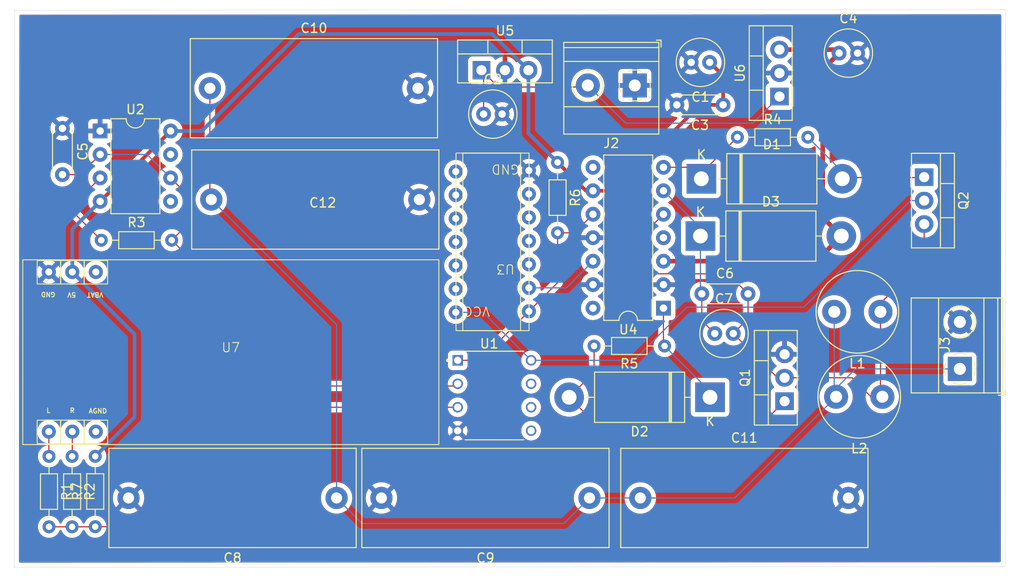
<source format=kicad_pcb>
(kicad_pcb (version 20240108) (generator "pcbnew") (generator_version "8.0")
  (layers (0 "F.Cu" signal "Front") (31 "B.Cu" signal "Back") (34 "B.Paste" user) (35 "F.Paste" user) (36 "B.SilkS" user "B.Silkscreen") (37 "F.SilkS" user "F.Silkscreen") (38 "B.Mask" user) (39 "F.Mask" user) (44 "Edge.Cuts" user))
  (net 0 "")
  (net 1 "GND")
  (net 2 "+5V")
  (net 3 "VCC")
  (net 4 "+12V")
  (net 5 "Net-(U1A--)")
  (net 6 "Net-(D3-K)")
  (net 7 "Net-(Q1-D)")
  (net 8 "Net-(J3-Pin_1)")
  (net 9 "Net-(D1-K)")
  (net 10 "Net-(D1-A)")
  (net 11 "Net-(D2-A)")
  (net 12 "Net-(D2-K)")
  (net 13 "Net-(U7-L)")
  (net 14 "Net-(U1A-+)")
  (net 15 "Net-(U7-R)")
  (net 16 "Net-(U2-Q)")
  (net 17 "Net-(U4-HIN)")
  (net 20 "Net-(U4-LIN)")
  (net 25 "Net-(J2-Pin_2)")
  (footprint "Resistor_THT:R_Axial_DIN0204_L3.6mm_D1.6mm_P7.62mm_Horizontal" (layer "F.Cu") (at 60 146 -90)
    (property "Reference" "R2" (at 3.81 -1.92 90) (layer "F.SilkS"))
    (property "Value" "10k")
    (fp_line (start 1.89 0.92) (end 5.73 0.92) (stroke (width 0.12)) (layer "F.SilkS"))
    (fp_line (start 5.73 0.92) (end 5.73 -0.92) (stroke (width 0.12)) (layer "F.SilkS"))
    (fp_line (start 0.94 0) (end 1.89 0) (stroke (width 0.12)) (layer "F.SilkS"))
    (fp_line (start 6.68 0) (end 5.73 0) (stroke (width 0.12)) (layer "F.SilkS"))
    (fp_line (start 1.89 -0.92) (end 1.89 0.92) (stroke (width 0.12)) (layer "F.SilkS"))
    (fp_line (start 5.73 -0.92) (end 1.89 -0.92) (stroke (width 0.12)) (layer "F.SilkS"))
    (pad "1" thru_hole circle (at 0 0 270) (size 1.4 1.4) (drill 0.7) (layers "*.Cu" "*.Mask") (net 15 "Net-(U7-R)"))
    (pad "2" thru_hole oval (at 7.62 0 270) (size 1.4 1.4) (drill 0.7) (layers "*.Cu" "*.Mask") (net 14 "Net-(U1A-+)"))
  )
  (footprint "Capacitor_THT:C_Rect_L26.5mm_W10.5mm_P22.50mm_MKS4" (layer "F.Cu") (at 74.9 106.15)
    (property "Reference" "C10" (at 11.25 -6.5 0) (layer "F.SilkS"))
    (property "Value" "0.22uF")
    (fp_line (start -2.12 -5.37) (end -2.12 5.37) (stroke (width 0.12)) (layer "F.SilkS"))
    (fp_line (start -2.12 -5.37) (end 24.62 -5.37) (stroke (width 0.12)) (layer "F.SilkS"))
    (fp_line (start -2.12 5.37) (end 24.62 5.37) (stroke (width 0.12)) (layer "F.SilkS"))
    (fp_line (start 24.62 -5.37) (end 24.62 5.37) (stroke (width 0.12)) (layer "F.SilkS"))
    (pad "1" thru_hole circle (at 0 0) (size 2.4 2.4) (drill 1.2) (layers "*.Cu" "*.Mask") (net 8 "Net-(J3-Pin_1)"))
    (pad "2" thru_hole circle (at 22.5 0) (size 2.4 2.4) (drill 1.2) (layers "*.Cu" "*.Mask") (net 1 "GND"))
  )
  (footprint "Capacitor_THT:C_Radial_D5.0mm_H11.0mm_P2.00mm" (layer "F.Cu") (at 104.5 108.95)
    (property "Reference" "C2" (at 1 -3.75 0) (layer "F.SilkS"))
    (property "Value" "47u")
    (fp_circle (center 1 0) (end 3.62 0) (stroke (width 0.12)) (fill none) (layer "F.SilkS"))
    (pad "1" thru_hole circle (at 0 0) (size 1.6 1.6) (drill 0.8) (layers "*.Cu" "*.Mask") (net 25 "Net-(J2-Pin_2)"))
    (pad "2" thru_hole circle (at 2 0) (size 1.6 1.6) (drill 0.8) (layers "*.Cu" "*.Mask") (net 1 "GND"))
  )
  (footprint "Resistor_THT:R_Axial_DIN0204_L3.6mm_D1.6mm_P7.62mm_Horizontal" (layer "F.Cu") (at 112.5 114.18 -90)
    (property "Reference" "R6" (at 3.81 -1.92 90) (layer "F.SilkS"))
    (property "Value" "10k")
    (fp_line (start 1.89 0.92) (end 5.73 0.92) (stroke (width 0.12)) (layer "F.SilkS"))
    (fp_line (start 5.73 0.92) (end 5.73 -0.92) (stroke (width 0.12)) (layer "F.SilkS"))
    (fp_line (start 0.94 0) (end 1.89 0) (stroke (width 0.12)) (layer "F.SilkS"))
    (fp_line (start 6.68 0) (end 5.73 0) (stroke (width 0.12)) (layer "F.SilkS"))
    (fp_line (start 1.89 -0.92) (end 1.89 0.92) (stroke (width 0.12)) (layer "F.SilkS"))
    (fp_line (start 5.73 -0.92) (end 1.89 -0.92) (stroke (width 0.12)) (layer "F.SilkS"))
    (pad "1" thru_hole circle (at 0 0 270) (size 1.4 1.4) (drill 0.7) (layers "*.Cu" "*.Mask") (net 2 "+5V"))
    (pad "2" thru_hole oval (at 7.62 0 270) (size 1.4 1.4) (drill 0.7) (layers "*.Cu" "*.Mask") (net 17 "Net-(U4-HIN)"))
  )
  (footprint "Diode_THT:D_DO-201AD_P15.24mm_Horizontal" (layer "F.Cu") (at 128.99 139.6 180)
    (property "Reference" "D2" (at 7.62 -3.72 0) (layer "F.SilkS"))
    (property "Value" "UF5408")
    (fp_line (start 13.4 0) (end 12.49 0) (stroke (width 0.12)) (layer "F.SilkS"))
    (fp_line (start 12.49 2.72) (end 12.49 -2.72) (stroke (width 0.12)) (layer "F.SilkS"))
    (fp_line (start 12.49 -2.72) (end 2.75 -2.72) (stroke (width 0.12)) (layer "F.SilkS"))
    (fp_line (start 4.415 -2.72) (end 4.415 2.72) (stroke (width 0.12)) (layer "F.SilkS"))
    (fp_line (start 4.295 -2.72) (end 4.295 2.72) (stroke (width 0.12)) (layer "F.SilkS"))
    (fp_line (start 4.175 -2.72) (end 4.175 2.72) (stroke (width 0.12)) (layer "F.SilkS"))
    (fp_line (start 2.75 2.72) (end 12.49 2.72) (stroke (width 0.12)) (layer "F.SilkS"))
    (fp_line (start 2.75 -2.72) (end 2.75 2.72) (stroke (width 0.12)) (layer "F.SilkS"))
    (fp_line (start 1.84 0) (end 2.75 0) (stroke (width 0.12)) (layer "F.SilkS"))
    (fp_text user "K" (at 0 -2.6 0) (layer "F.SilkS"))
    (pad "1" thru_hole rect (at 0 0 180) (size 3.2 3.2) (drill 1.6) (layers "*.Cu" "*.Mask") (net 12 "Net-(D2-K)"))
    (pad "2" thru_hole oval (at 15.24 0 180) (size 3.2 3.2) (drill 1.6) (layers "*.Cu" "*.Mask") (net 11 "Net-(D2-A)"))
  )
  (footprint "Class D Amplifier Pain:74HC04" (layer "F.Cu") (at 106.86 125.22 180)
    (property "Reference" "U3" (at 0 -0.5 180) (layer "F.SilkS") (effects (font (thickness 0.1))))
    (property "Value" "74HC04")
    (fp_rect (start -1.64 -7.165) (end 4.61 12.045) (stroke (width 0.1)) (fill none) (layer "F.SilkS"))
    (fp_rect (start -2.56 -7.17) (end 5.34 12.05) (stroke (width 0.1)) (fill none) (layer "F.SilkS"))
    (fp_text user "VCC" (at 1.61 -4.49 180) (layer "F.SilkS") (effects (font (thickness 0.1)) (justify left bottom)))
    (fp_text user "GND" (at -1.6 10.89 180) (layer "F.SilkS") (effects (font (thickness 0.1)) (justify left bottom)))
    (pad "1" thru_hole circle (at -2.54 -5.08 180) (size 1.524 1.524) (drill 0.762) (layers "*.Cu" "*.Mask") (net 17 "Net-(U4-HIN)"))
    (pad "2" thru_hole circle (at -2.54 -2.54 180) (size 1.524 1.524) (drill 0.762) (layers "*.Cu" "*.Mask") (net 20 "Net-(U4-LIN)"))
    (pad "3" thru_hole circle (at -2.54 0 180) (size 1.524 1.524) (drill 0.762) (layers "*.Cu" "*.Mask"))
    (pad "4" thru_hole circle (at -2.54 2.54 180) (size 1.524 1.524) (drill 0.762) (layers "*.Cu" "*.Mask"))
    (pad "5" thru_hole circle (at -2.54 5.08 180) (size 1.524 1.524) (drill 0.762) (layers "*.Cu" "*.Mask"))
    (pad "6" thru_hole circle (at -2.54 7.62 180) (size 1.524 1.524) (drill 0.762) (layers "*.Cu" "*.Mask"))
    (pad "7" thru_hole circle (at -2.54 10.16 180) (size 1.524 1.524) (drill 0.762) (layers "*.Cu" "*.Mask") (net 1 "GND"))
    (pad "8" thru_hole circle (at 5.37 10.05 180) (size 1.524 1.524) (drill 0.762) (layers "*.Cu" "*.Mask"))
    (pad "9" thru_hole circle (at 5.37 7.51 180) (size 1.524 1.524) (drill 0.762) (layers "*.Cu" "*.Mask"))
    (pad "10" thru_hole circle (at 5.37 4.97 180) (size 1.524 1.524) (drill 0.762) (layers "*.Cu" "*.Mask"))
    (pad "11" thru_hole circle (at 5.37 2.43 180) (size 1.524 1.524) (drill 0.762) (layers "*.Cu" "*.Mask"))
    (pad "12" thru_hole circle (at 5.37 -0.11 180) (size 1.524 1.524) (drill 0.762) (layers "*.Cu" "*.Mask"))
    (pad "13" thru_hole circle (at 5.37 -2.65 180) (size 1.524 1.524) (drill 0.762) (layers "*.Cu" "*.Mask"))
    (pad "14" thru_hole circle (at 5.37 -5.19 180) (size 1.524 1.524) (drill 0.762) (layers "*.Cu" "*.Mask") (net 3 "VCC"))
  )
  (footprint "Package_TO_SOT_THT:TO-220-3_Vertical" (layer "F.Cu") (at 136.5 107.05 90)
    (property "Reference" "U6" (at 2.54 -4.27 90) (layer "F.SilkS"))
    (property "Value" "LM7812_TO220")
    (fp_line (start 7.66 -3.27) (end 7.66 1.371) (stroke (width 0.12)) (layer "F.SilkS"))
    (fp_line (start 4.391 -3.27) (end 4.391 -1.76) (stroke (width 0.12)) (layer "F.SilkS"))
    (fp_line (start 0.69 -3.27) (end 0.69 -1.76) (stroke (width 0.12)) (layer "F.SilkS"))
    (fp_line (start -2.58 -3.27) (end 7.66 -3.27) (stroke (width 0.12)) (layer "F.SilkS"))
    (fp_line (start -2.58 -3.27) (end -2.58 1.371) (stroke (width 0.12)) (layer "F.SilkS"))
    (fp_line (start -2.58 -1.76) (end 7.66 -1.76) (stroke (width 0.12)) (layer "F.SilkS"))
    (fp_line (start -2.58 1.371) (end 7.66 1.371) (stroke (width 0.12)) (layer "F.SilkS"))
    (pad "1" thru_hole rect (at 0 0 90) (size 1.905 2) (drill 1.1) (layers "*.Cu" "*.Mask") (net 25 "Net-(J2-Pin_2)"))
    (pad "2" thru_hole oval (at 2.54 0 90) (size 1.905 2) (drill 1.1) (layers "*.Cu" "*.Mask") (net 1 "GND"))
    (pad "3" thru_hole oval (at 5.08 0 90) (size 1.905 2) (drill 1.1) (layers "*.Cu" "*.Mask") (net 4 "+12V"))
  )
  (footprint "Capacitor_THT:C_Radial_D5.0mm_H11.0mm_P2.00mm" (layer "F.Cu") (at 142.95 102.35)
    (property "Reference" "C4" (at 1 -3.75 360) (layer "F.SilkS"))
    (property "Value" "47U")
    (fp_circle (center 1 0) (end 3.62 0) (stroke (width 0.12)) (fill none) (layer "F.SilkS"))
    (pad "1" thru_hole circle (at 0 0) (size 1.6 1.6) (drill 0.8) (layers "*.Cu" "*.Mask") (net 4 "+12V"))
    (pad "2" thru_hole circle (at 2 0) (size 1.6 1.6) (drill 0.8) (layers "*.Cu" "*.Mask") (net 1 "GND"))
  )
  (footprint "Capacitor_THT:C_Disc_D4.3mm_W1.9mm_P5.00mm" (layer "F.Cu") (at 128.1 128.4)
    (property "Reference" "C6" (at 2.5 -2.2 0) (layer "F.SilkS"))
    (property "Value" "220nF")
    (fp_line (start 0.23 -1.07) (end 0.23 -1.055) (stroke (width 0.12)) (layer "F.SilkS"))
    (fp_line (start 0.23 -1.07) (end 4.77 -1.07) (stroke (width 0.12)) (layer "F.SilkS"))
    (fp_line (start 0.23 1.055) (end 0.23 1.07) (stroke (width 0.12)) (layer "F.SilkS"))
    (fp_line (start 0.23 1.07) (end 4.77 1.07) (stroke (width 0.12)) (layer "F.SilkS"))
    (fp_line (start 4.77 -1.07) (end 4.77 -1.055) (stroke (width 0.12)) (layer "F.SilkS"))
    (fp_line (start 4.77 1.055) (end 4.77 1.07) (stroke (width 0.12)) (layer "F.SilkS"))
    (pad "1" thru_hole circle (at 0 0) (size 1.6 1.6) (drill 0.8) (layers "*.Cu" "*.Mask") (net 6 "Net-(D3-K)"))
    (pad "2" thru_hole circle (at 5 0) (size 1.6 1.6) (drill 0.8) (layers "*.Cu" "*.Mask") (net 7 "Net-(Q1-D)"))
  )
  (footprint "Resistor_THT:R_Axial_DIN0204_L3.6mm_D1.6mm_P7.62mm_Horizontal" (layer "F.Cu") (at 63.15 122.6)
    (property "Reference" "R3" (at 3.81 -1.92 0) (layer "F.SilkS"))
    (property "Value" "R")
    (fp_line (start 0.94 0) (end 1.89 0) (stroke (width 0.12)) (layer "F.SilkS"))
    (fp_line (start 1.89 -0.92) (end 1.89 0.92) (stroke (width 0.12)) (layer "F.SilkS"))
    (fp_line (start 1.89 0.92) (end 5.73 0.92) (stroke (width 0.12)) (layer "F.SilkS"))
    (fp_line (start 5.73 -0.92) (end 1.89 -0.92) (stroke (width 0.12)) (layer "F.SilkS"))
    (fp_line (start 5.73 0.92) (end 5.73 -0.92) (stroke (width 0.12)) (layer "F.SilkS"))
    (fp_line (start 6.68 0) (end 5.73 0) (stroke (width 0.12)) (layer "F.SilkS"))
    (pad "1" thru_hole circle (at 0 0) (size 1.4 1.4) (drill 0.7) (layers "*.Cu" "*.Mask") (net 16 "Net-(U2-Q)"))
    (pad "2" thru_hole oval (at 7.62 0) (size 1.4 1.4) (drill 0.7) (layers "*.Cu" "*.Mask") (net 5 "Net-(U1A--)"))
  )
  (footprint "Package_TO_SOT_THT:TO-220-3_Vertical" (layer "F.Cu") (at 152.146 115.7732 -90)
    (property "Reference" "Q2" (at 2.54 -4.27 90) (layer "F.SilkS"))
    (property "Value" "IRLZ44N")
    (fp_line (start -2.58 1.371) (end 7.66 1.371) (stroke (width 0.12)) (layer "F.SilkS"))
    (fp_line (start -2.58 -1.76) (end 7.66 -1.76) (stroke (width 0.12)) (layer "F.SilkS"))
    (fp_line (start -2.58 -3.27) (end -2.58 1.371) (stroke (width 0.12)) (layer "F.SilkS"))
    (fp_line (start -2.58 -3.27) (end 7.66 -3.27) (stroke (width 0.12)) (layer "F.SilkS"))
    (fp_line (start 0.69 -3.27) (end 0.69 -1.76) (stroke (width 0.12)) (layer "F.SilkS"))
    (fp_line (start 4.391 -3.27) (end 4.391 -1.76) (stroke (width 0.12)) (layer "F.SilkS"))
    (fp_line (start 7.66 -3.27) (end 7.66 1.371) (stroke (width 0.12)) (layer "F.SilkS"))
    (pad "1" thru_hole rect (at 0 0 270) (size 1.905 2) (drill 1.1) (layers "*.Cu" "*.Mask") (net 10 "Net-(D1-A)"))
    (pad "2" thru_hole oval (at 2.54 0 270) (size 1.905 2) (drill 1.1) (layers "*.Cu" "*.Mask") (net 3 "VCC"))
    (pad "3" thru_hole oval (at 5.08 0 270) (size 1.905 2) (drill 1.1) (layers "*.Cu" "*.Mask") (net 7 "Net-(Q1-D)"))
  )
  (footprint "Capacitor_THT:C_Rect_L26.5mm_W10.5mm_P22.50mm_MKS4" (layer "F.Cu") (at 121.45 150.5)
    (property "Reference" "C11" (at 11.25 -6.5 0) (layer "F.SilkS"))
    (property "Value" "0.22uF")
    (fp_line (start -2.12 -5.37) (end -2.12 5.37) (stroke (width 0.12)) (layer "F.SilkS"))
    (fp_line (start -2.12 -5.37) (end 24.62 -5.37) (stroke (width 0.12)) (layer "F.SilkS"))
    (fp_line (start -2.12 5.37) (end 24.62 5.37) (stroke (width 0.12)) (layer "F.SilkS"))
    (fp_line (start 24.62 -5.37) (end 24.62 5.37) (stroke (width 0.12)) (layer "F.SilkS"))
    (pad "1" thru_hole circle (at 0 0) (size 2.4 2.4) (drill 1.2) (layers "*.Cu" "*.Mask") (net 8 "Net-(J3-Pin_1)"))
    (pad "2" thru_hole circle (at 22.5 0) (size 2.4 2.4) (drill 1.2) (layers "*.Cu" "*.Mask") (net 1 "GND"))
  )
  (footprint "Capacitor_THT:C_Disc_D4.3mm_W1.9mm_P5.00mm" (layer "F.Cu") (at 58.95 110.5 -90)
    (property "Reference" "C5" (at 2.5 -2.2 90) (layer "F.SilkS"))
    (property "Value" "1nF")
    (fp_line (start 0.23 1.07) (end 4.77 1.07) (stroke (width 0.12)) (layer "F.SilkS"))
    (fp_line (start 0.23 1.055) (end 0.23 1.07) (stroke (width 0.12)) (layer "F.SilkS"))
    (fp_line (start 4.77 1.055) (end 4.77 1.07) (stroke (width 0.12)) (layer "F.SilkS"))
    (fp_line (start 0.23 -1.07) (end 0.23 -1.055) (stroke (width 0.12)) (layer "F.SilkS"))
    (fp_line (start 0.23 -1.07) (end 4.77 -1.07) (stroke (width 0.12)) (layer "F.SilkS"))
    (fp_line (start 4.77 -1.07) (end 4.77 -1.055) (stroke (width 0.12)) (layer "F.SilkS"))
    (pad "1" thru_hole circle (at 0 0 270) (size 1.6 1.6) (drill 0.8) (layers "*.Cu" "*.Mask") (net 1 "GND"))
    (pad "2" thru_hole circle (at 5 0 270) (size 1.6 1.6) (drill 0.8) (layers "*.Cu" "*.Mask") (net 5 "Net-(U1A--)"))
  )
  (footprint "Package_DIP:DIP-8_W7.62mm" (layer "F.Cu") (at 63.03 110.78)
    (property "Reference" "U2" (at 3.81 -2.33 0) (layer "F.SilkS"))
    (property "Value" "TLC555xP")
    (fp_line (start 1.16 -1.33) (end 1.16 8.95) (stroke (width 0.12)) (layer "F.SilkS"))
    (fp_line (start 1.16 8.95) (end 6.46 8.95) (stroke (width 0.12)) (layer "F.SilkS"))
    (fp_line (start 2.81 -1.33) (end 1.16 -1.33) (stroke (width 0.12)) (layer "F.SilkS"))
    (fp_line (start 6.46 -1.33) (end 4.81 -1.33) (stroke (width 0.12)) (layer "F.SilkS"))
    (fp_line (start 6.46 8.95) (end 6.46 -1.33) (stroke (width 0.12)) (layer "F.SilkS"))
    (fp_arc (start 4.81 -1.33) (mid 3.81 -0.33) (end 2.81 -1.33) (stroke (width 0.12)) (layer "F.SilkS"))
    (pad "1" thru_hole rect (at 0 0) (size 1.6 1.6) (drill 0.8) (layers "*.Cu" "*.Mask") (net 1 "GND"))
    (pad "2" thru_hole oval (at 0 2.54) (size 1.6 1.6) (drill 0.8) (layers "*.Cu" "*.Mask") (net 5 "Net-(U1A--)"))
    (pad "3" thru_hole oval (at 0 5.08) (size 1.6 1.6) (drill 0.8) (layers "*.Cu" "*.Mask") (net 16 "Net-(U2-Q)"))
    (pad "4" thru_hole oval (at 0 7.62) (size 1.6 1.6) (drill 0.8) (layers "*.Cu" "*.Mask") (net 2 "+5V"))
    (pad "5" thru_hole oval (at 7.62 7.62) (size 1.6 1.6) (drill 0.8) (layers "*.Cu" "*.Mask"))
    (pad "6" thru_hole oval (at 7.62 5.08) (size 1.6 1.6) (drill 0.8) (layers "*.Cu" "*.Mask") (net 5 "Net-(U1A--)"))
    (pad "7" thru_hole oval (at 7.62 2.54) (size 1.6 1.6) (drill 0.8) (layers "*.Cu" "*.Mask"))
    (pad "8" thru_hole oval (at 7.62 0) (size 1.6 1.6) (drill 0.8) (layers "*.Cu" "*.Mask") (net 2 "+5V"))
  )
  (footprint "Diode_THT:D_DO-201AD_P15.24mm_Horizontal" (layer "F.Cu") (at 128.05 115.95)
    (property "Reference" "D1" (at 7.62 -3.72 0) (layer "F.SilkS"))
    (property "Value" "UF5408")
    (fp_line (start 1.84 0) (end 2.75 0) (stroke (width 0.12)) (layer "F.SilkS"))
    (fp_line (start 2.75 -2.72) (end 2.75 2.72) (stroke (width 0.12)) (layer "F.SilkS"))
    (fp_line (start 2.75 2.72) (end 12.49 2.72) (stroke (width 0.12)) (layer "F.SilkS"))
    (fp_line (start 4.175 -2.72) (end 4.175 2.72) (stroke (width 0.12)) (layer "F.SilkS"))
    (fp_line (start 4.295 -2.72) (end 4.295 2.72) (stroke (width 0.12)) (layer "F.SilkS"))
    (fp_line (start 4.415 -2.72) (end 4.415 2.72) (stroke (width 0.12)) (layer "F.SilkS"))
    (fp_line (start 12.49 -2.72) (end 2.75 -2.72) (stroke (width 0.12)) (layer "F.SilkS"))
    (fp_line (start 12.49 2.72) (end 12.49 -2.72) (stroke (width 0.12)) (layer "F.SilkS"))
    (fp_line (start 13.4 0) (end 12.49 0) (stroke (width 0.12)) (layer "F.SilkS"))
    (fp_text user "K" (at 0 -2.6 0) (layer "F.SilkS"))
    (pad "1" thru_hole rect (at 0 0) (size 3.2 3.2) (drill 1.6) (layers "*.Cu" "*.Mask") (net 9 "Net-(D1-K)"))
    (pad "2" thru_hole oval (at 15.24 0) (size 3.2 3.2) (drill 1.6) (layers "*.Cu" "*.Mask") (net 10 "Net-(D1-A)"))
  )
  (footprint "Capacitor_THT:C_Radial_D5.0mm_H11.0mm_P2.00mm" (layer "F.Cu") (at 129.5 132.7)
    (property "Reference" "C7" (at 1 -3.75 0) (layer "F.SilkS"))
    (property "Value" "22u")
    (fp_circle (center 1 0) (end 3.62 0) (stroke (width 0.12)) (fill none) (layer "F.SilkS"))
    (pad "1" thru_hole circle (at 0 0) (size 1.6 1.6) (drill 0.8) (layers "*.Cu" "*.Mask") (net 6 "Net-(D3-K)"))
    (pad "2" thru_hole circle (at 2 0) (size 1.6 1.6) (drill 0.8) (layers "*.Cu" "*.Mask") (net 7 "Net-(Q1-D)"))
  )
  (footprint "TerminalBlock_Phoenix:TerminalBlock_Phoenix_MKDS-1,5-2-5.08_1x02_P5.08mm_Horizontal" (layer "F.Cu") (at 156.0068 136.53 90)
    (property "Reference" "J3" (at 2.63 -1.6 90) (layer "F.SilkS"))
    (property "Value" "Screw_Terminal_01x02")
    (fp_line (start 7.68 -5.261) (end 7.68 4.66) (stroke (width 0.12)) (layer "F.SilkS"))
    (fp_line (start -2.6 -5.261) (end 7.68 -5.261) (stroke (width 0.12)) (layer "F.SilkS"))
    (fp_line (start -2.6 -5.261) (end -2.6 4.66) (stroke (width 0.12)) (layer "F.SilkS"))
    (fp_line (start -2.6 -2.301) (end 7.68 -2.301) (stroke (width 0.12)) (layer "F.SilkS"))
    (fp_line (start 6.15 -1.275) (end 6.115 -1.239) (stroke (width 0.12)) (layer "F.SilkS"))
    (fp_line (start 6.355 -1.069) (end 6.308 -1.023) (stroke (width 0.12)) (layer "F.SilkS"))
    (fp_line (start 3.853 1.023) (end 3.806 1.069) (stroke (width 0.12)) (layer "F.SilkS"))
    (fp_line (start 4.046 1.239) (end 4.011 1.274) (stroke (width 0.12)) (layer "F.SilkS"))
    (fp_line (start -2.6 2.6) (end 7.68 2.6) (stroke (width 0.12)) (layer "F.SilkS"))
    (fp_line (start -2.6 4.1) (end 7.68 4.1) (stroke (width 0.12)) (layer "F.SilkS"))
    (fp_line (start -2.84 4.16) (end -2.84 4.9) (stroke (width 0.12)) (layer "F.SilkS"))
    (fp_line (start -2.6 4.66) (end 7.68 4.66) (stroke (width 0.12)) (layer "F.SilkS"))
    (fp_line (start -2.84 4.9) (end -2.34 4.9) (stroke (width 0.12)) (layer "F.SilkS"))
    (fp_arc (start -0.683042 -1.535427) (mid 0.000524 -1.680501) (end 0.684 -1.535) (stroke (width 0.12)) (layer "F.SilkS"))
    (fp_arc (start 1.535427 -0.683042) (mid 1.680501 0.000524) (end 1.535 0.684) (stroke (width 0.12)) (layer "F.SilkS"))
    (fp_arc (start -1.535427 0.683042) (mid -1.680501 -0.000524) (end -1.535 -0.684) (stroke (width 0.12)) (layer "F.SilkS"))
    (fp_arc (start 0.683318 1.534756) (mid 0.349292 1.643288) (end 0 1.68) (stroke (width 0.12)) (layer "F.SilkS"))
    (fp_arc (start 0.028805 1.680253) (mid -0.335551 1.646659) (end -0.684 1.535) (stroke (width 0.12)) (layer "F.SilkS"))
    (fp_circle (center 5.08 0) (end 6.76 0) (stroke (width 0.12)) (fill none) (layer "F.SilkS"))
    (pad "1" thru_hole rect (at 0 0 90) (size 2.6 2.6) (drill 1.3) (layers "*.Cu" "*.Mask") (net 8 "Net-(J3-Pin_1)"))
    (pad "2" thru_hole circle (at 5.08 0 90) (size 2.6 2.6) (drill 1.3) (layers "*.Cu" "*.Mask") (net 1 "GND"))
  )
  (footprint "Resistor_THT:R_Axial_DIN0204_L3.6mm_D1.6mm_P7.62mm_Horizontal" (layer "F.Cu") (at 124.07 134.05 180)
    (property "Reference" "R5" (at 3.81 -1.92 0) (layer "F.SilkS"))
    (property "Value" "10")
    (fp_line (start 6.68 0) (end 5.73 0) (stroke (width 0.12)) (layer "F.SilkS"))
    (fp_line (start 5.73 0.92) (end 5.73 -0.92) (stroke (width 0.12)) (layer "F.SilkS"))
    (fp_line (start 5.73 -0.92) (end 1.89 -0.92) (stroke (width 0.12)) (layer "F.SilkS"))
    (fp_line (start 1.89 0.92) (end 5.73 0.92) (stroke (width 0.12)) (layer "F.SilkS"))
    (fp_line (start 1.89 -0.92) (end 1.89 0.92) (stroke (width 0.12)) (layer "F.SilkS"))
    (fp_line (start 0.94 0) (end 1.89 0) (stroke (width 0.12)) (layer "F.SilkS"))
    (pad "1" thru_hole circle (at 0 0 180) (size 1.4 1.4) (drill 0.7) (layers "*.Cu" "*.Mask") (net 12 "Net-(D2-K)"))
    (pad "2" thru_hole oval (at 7.62 0 180) (size 1.4 1.4) (drill 0.7) (layers "*.Cu" "*.Mask") (net 11 "Net-(D2-A)"))
  )
  (footprint "Resistor_THT:R_Axial_DIN0204_L3.6mm_D1.6mm_P7.62mm_Horizontal" (layer "F.Cu") (at 62.5 153.61 90)
    (property "Reference" "R7" (at 3.81 -1.92 90) (layer "F.SilkS"))
    (property "Value" "10k")
    (fp_line (start 5.73 -0.92) (end 1.89 -0.92) (stroke (width 0.12)) (layer "F.SilkS"))
    (fp_line (start 1.89 -0.92) (end 1.89 0.92) (stroke (width 0.12)) (layer "F.SilkS"))
    (fp_line (start 6.68 0) (end 5.73 0) (stroke (width 0.12)) (layer "F.SilkS"))
    (fp_line (start 0.94 0) (end 1.89 0) (stroke (width 0.12)) (layer "F.SilkS"))
    (fp_line (start 5.73 0.92) (end 5.73 -0.92) (stroke (width 0.12)) (layer "F.SilkS"))
    (fp_line (start 1.89 0.92) (end 5.73 0.92) (stroke (width 0.12)) (layer "F.SilkS"))
    (pad "1" thru_hole circle (at 0 0 90) (size 1.4 1.4) (drill 0.7) (layers "*.Cu" "*.Mask") (net 14 "Net-(U1A-+)"))
    (pad "2" thru_hole oval (at 7.62 0 90) (size 1.4 1.4) (drill 0.7) (layers "*.Cu" "*.Mask") (net 2 "+5V"))
  )
  (footprint "Capacitor_THT:C_Radial_D5.0mm_H11.0mm_P2.00mm" (layer "F.Cu") (at 128.95 103.35 180)
    (property "Reference" "C1" (at 1 -3.75 0) (layer "F.SilkS"))
    (property "Value" "47U")
    (fp_circle (center 1 0) (end 3.62 0) (stroke (width 0.12)) (fill none) (layer "F.SilkS"))
    (pad "1" thru_hole circle (at 0 0 180) (size 1.6 1.6) (drill 0.8) (layers "*.Cu" "*.Mask") (net 2 "+5V"))
    (pad "2" thru_hole circle (at 2 0 180) (size 1.6 1.6) (drill 0.8) (layers "*.Cu" "*.Mask") (net 1 "GND"))
  )
  (footprint "TerminalBlock_Phoenix:TerminalBlock_Phoenix_MKDS-1,5-2-5.08_1x02_P5.08mm_Horizontal" (layer "F.Cu") (at 120.85 105.85 180)
    (property "Reference" "J2" (at 2.54 -6.26 0) (layer "F.SilkS"))
    (property "Value" "Screw_Terminal_01x02")
    (fp_line (start 7.68 -5.261) (end 7.68 4.66) (stroke (width 0.12)) (layer "F.SilkS"))
    (fp_line (start 6.355 -1.069) (end 6.308 -1.023) (stroke (width 0.12)) (layer "F.SilkS"))
    (fp_line (start 6.15 -1.275) (end 6.115 -1.239) (stroke (width 0.12)) (layer "F.SilkS"))
    (fp_line (start 4.046 1.239) (end 4.011 1.274) (stroke (width 0.12)) (layer "F.SilkS"))
    (fp_line (start 3.853 1.023) (end 3.806 1.069) (stroke (width 0.12)) (layer "F.SilkS"))
    (fp_line (start -2.6 4.66) (end 7.68 4.66) (stroke (width 0.12)) (layer "F.SilkS"))
    (fp_line (start -2.6 4.1) (end 7.68 4.1) (stroke (width 0.12)) (layer "F.SilkS"))
    (fp_line (start -2.6 2.6) (end 7.68 2.6) (stroke (width 0.12)) (layer "F.SilkS"))
    (fp_line (start -2.6 -2.301) (end 7.68 -2.301) (stroke (width 0.12)) (layer "F.SilkS"))
    (fp_line (start -2.6 -5.261) (end 7.68 -5.261) (stroke (width 0.12)) (layer "F.SilkS"))
    (fp_line (start -2.6 -5.261) (end -2.6 4.66) (stroke (width 0.12)) (layer "F.SilkS"))
    (fp_line (start -2.84 4.9) (end -2.34 4.9) (stroke (width 0.12)) (layer "F.SilkS"))
    (fp_line (start -2.84 4.16) (end -2.84 4.9) (stroke (width 0.12)) (layer "F.SilkS"))
    (fp_arc (start 1.535427 -0.683042) (mid 1.680501 0.000524) (end 1.535 0.684) (stroke (width 0.12)) (layer "F.SilkS"))
    (fp_arc (start 0.683318 1.534756) (mid 0.349292 1.643288) (end 0 1.68) (stroke (width 0.12)) (layer "F.SilkS"))
    (fp_arc (start 0.028805 1.680253) (mid -0.335551 1.646659) (end -0.684 1.535) (stroke (width 0.12)) (layer "F.SilkS"))
    (fp_arc (start -0.683042 -1.535427) (mid 0.000524 -1.680501) (end 0.684 -1.535) (stroke (width 0.12)) (layer "F.SilkS"))
    (fp_arc (start -1.535427 0.683042) (mid -1.680501 -0.000524) (end -1.535 -0.684) (stroke (width 0.12)) (layer "F.SilkS"))
    (fp_circle (center 5.08 0) (end 6.76 0) (stroke (width 0.12)) (fill none) (layer "F.SilkS"))
    (pad "1" thru_hole rect (at 0 0 180) (size 2.6 2.6) (drill 1.3) (layers "*.Cu" "*.Mask") (net 1 "GND"))
    (pad "2" thru_hole circle (at 5.08 0 180) (size 2.6 2.6) (drill 1.3) (layers "*.Cu" "*.Mask") (net 25 "Net-(J2-Pin_2)"))
  )
  (footprint "Capacitor_THT:C_Rect_L26.5mm_W10.5mm_P22.50mm_MKS4" (layer "F.Cu") (at 88.6 150.5 180)
    (property "Reference" "C8" (at 11.25 -6.5 0) (layer "F.SilkS"))
    (property "Value" "0.22uF")
    (fp_line (start 24.62 -5.37) (end 24.62 5.37) (stroke (width 0.12)) (layer "F.SilkS"))
    (fp_line (start -2.12 5.37) (end 24.62 5.37) (stroke (width 0.12)) (layer "F.SilkS"))
    (fp_line (start -2.12 -5.37) (end 24.62 -5.37) (stroke (width 0.12)) (layer "F.SilkS"))
    (fp_line (start -2.12 -5.37) (end -2.12 5.37) (stroke (width 0.12)) (layer "F.SilkS"))
    (pad "1" thru_hole circle (at 0 0 180) (size 2.4 2.4) (drill 1.2) (layers "*.Cu" "*.Mask") (net 8 "Net-(J3-Pin_1)"))
    (pad "2" thru_hole circle (at 22.5 0 180) (size 2.4 2.4) (drill 1.2) (layers "*.Cu" "*.Mask") (net 1 "GND"))
  )
  (footprint "Resistor_THT:R_Axial_DIN0204_L3.6mm_D1.6mm_P7.62mm_Horizontal" (layer "F.Cu") (at 57.5 146 -90)
    (property "Reference" "R1" (at 3.81 -1.92 90) (layer "F.SilkS"))
    (property "Value" "10k")
    (fp_line (start 1.89 0.92) (end 5.73 0.92) (stroke (width 0.12)) (layer "F.SilkS"))
    (fp_line (start 5.73 0.92) (end 5.73 -0.92) (stroke (width 0.12)) (layer "F.SilkS"))
    (fp_line (start 0.94 0) (end 1.89 0) (stroke (width 0.12)) (layer "F.SilkS"))
    (fp_line (start 6.68 0) (end 5.73 0) (stroke (width 0.12)) (layer "F.SilkS"))
    (fp_line (start 1.89 -0.92) (end 1.89 0.92) (stroke (width 0.12)) (layer "F.SilkS"))
    (fp_line (start 5.73 -0.92) (end 1.89 -0.92) (stroke (width 0.12)) (layer "F.SilkS"))
    (pad "1" thru_hole circle (at 0 0 270) (size 1.4 1.4) (drill 0.7) (layers "*.Cu" "*.Mask") (net 13 "Net-(U7-L)"))
    (pad "2" thru_hole oval (at 7.62 0 270) (size 1.4 1.4) (drill 0.7) (layers "*.Cu" "*.Mask") (net 14 "Net-(U1A-+)"))
  )
  (footprint "Capacitor_THT:C_Disc_D4.3mm_W1.9mm_P5.00mm" (layer "F.Cu") (at 130.4 107.95 180)
    (property "Reference" "C3" (at 2.5 -2.2 0) (layer "F.SilkS"))
    (property "Value" "220nF")
    (fp_line (start 4.77 1.055) (end 4.77 1.07) (stroke (width 0.12)) (layer "F.SilkS"))
    (fp_line (start 4.77 -1.07) (end 4.77 -1.055) (stroke (width 0.12)) (layer "F.SilkS"))
    (fp_line (start 0.23 1.07) (end 4.77 1.07) (stroke (width 0.12)) (layer "F.SilkS"))
    (fp_line (start 0.23 1.055) (end 0.23 1.07) (stroke (width 0.12)) (layer "F.SilkS"))
    (fp_line (start 0.23 -1.07) (end 4.77 -1.07) (stroke (width 0.12)) (layer "F.SilkS"))
    (fp_line (start 0.23 -1.07) (end 0.23 -1.055) (stroke (width 0.12)) (layer "F.SilkS"))
    (pad "1" thru_hole circle (at 0 0 180) (size 1.6 1.6) (drill 0.8) (layers "*.Cu" "*.Mask") (net 2 "+5V"))
    (pad "2" thru_hole circle (at 5 0 180) (size 1.6 1.6) (drill 0.8) (layers "*.Cu" "*.Mask") (net 1 "GND"))
  )
  (footprint "Diode_THT:D_DO-201AD_P15.24mm_Horizontal" (layer "F.Cu") (at 127.95 122.15)
    (property "Reference" "D3" (at 7.62 -3.72 0) (layer "F.SilkS"))
    (property "Value" "UF5408")
    (fp_line (start 1.84 0) (end 2.75 0) (stroke (width 0.12)) (layer "F.SilkS"))
    (fp_line (start 2.75 -2.72) (end 2.75 2.72) (stroke (width 0.12)) (layer "F.SilkS"))
    (fp_line (start 2.75 2.72) (end 12.49 2.72) (stroke (width 0.12)) (layer "F.SilkS"))
    (fp_line (start 4.175 -2.72) (end 4.175 2.72) (stroke (width 0.12)) (layer "F.SilkS"))
    (fp_line (start 4.295 -2.72) (end 4.295 2.72) (stroke (width 0.12)) (layer "F.SilkS"))
    (fp_line (start 4.415 -2.72) (end 4.415 2.72) (stroke (width 0.12)) (layer "F.SilkS"))
    (fp_line (start 12.49 -2.72) (end 2.75 -2.72) (stroke (width 0.12)) (layer "F.SilkS"))
    (fp_line (start 12.49 2.72) (end 12.49 -2.72) (stroke (width 0.12)) (layer "F.SilkS"))
    (fp_line (start 13.4 0) (end 12.49 0) (stroke (width 0.12)) (layer "F.SilkS"))
    (fp_text user "K" (at 0 -2.6 0) (layer "F.SilkS"))
    (pad "1" thru_hole rect (at 0 0) (size 3.2 3.2) (drill 1.6) (layers "*.Cu" "*.Mask") (net 6 "Net-(D3-K)"))
    (pad "2" thru_hole oval (at 15.24 0) (size 3.2 3.2) (drill 1.6) (layers "*.Cu" "*.Mask") (net 4 "+12V"))
  )
  (footprint "Capacitor_THT:C_Rect_L26.5mm_W10.5mm_P22.50mm_MKS4" (layer "F.Cu") (at 115.95 150.5 180)
    (property "Reference" "C9" (at 11.25 -6.5 0) (layer "F.SilkS"))
    (property "Value" "0.22uF")
    (fp_line (start 24.62 -5.37) (end 24.62 5.37) (stroke (width 0.12)) (layer "F.SilkS"))
    (fp_line (start -2.12 5.37) (end 24.62 5.37) (stroke (width 0.12)) (layer "F.SilkS"))
    (fp_line (start -2.12 -5.37) (end 24.62 -5.37) (stroke (width 0.12)) (layer "F.SilkS"))
    (fp_line (start -2.12 -5.37) (end -2.12 5.37) (stroke (width 0.12)) (layer "F.SilkS"))
    (pad "1" thru_hole circle (at 0 0 180) (size 2.4 2.4) (drill 1.2) (layers "*.Cu" "*.Mask") (net 8 "Net-(J3-Pin_1)"))
    (pad "2" thru_hole circle (at 22.5 0 180) (size 2.4 2.4) (drill 1.2) (layers "*.Cu" "*.Mask") (net 1 "GND"))
  )
  (footprint "Class D Amplifier Pain:MH-M28" (layer "F.Cu") (at 77.8 135.7)
    (property "Reference" "U7" (at -0.64 -1.48 0) (layer "F.SilkS") (effects (font (thickness 0.1))))
    (property "Value" "MH-M28")
    (fp_rect (start -23.14 -10.98) (end 21.86 9.02) (stroke (width 0.1)) (fill none) (layer "F.SilkS"))
    (fp_rect (start -21.58 -10.9) (end -19.04 -8.36) (stroke (width 0.1)) (fill none) (layer "F.SilkS"))
    (fp_rect (start -21.58 6.38) (end -19.04 8.92) (stroke (width 0.1)) (fill none) (layer "F.SilkS"))
    (fp_rect (start -19.04 -10.9) (end -16.5 -8.36) (stroke (width 0.1)) (fill none) (layer "F.SilkS"))
    (fp_rect (start -19.04 6.38) (end -16.5 8.92) (stroke (width 0.1)) (fill none) (layer "F.SilkS"))
    (fp_rect (start -16.5 -10.9) (end -13.96 -8.36) (stroke (width 0.1)) (fill none) (layer "F.SilkS"))
    (fp_rect (start -16.5 6.38) (end -13.96 8.92) (stroke (width 0.1)) (fill none) (layer "F.SilkS"))
    (fp_text user "VBAT" (at -14.37 -7.49 180) (layer "F.SilkS") (effects (font (size 0.5 0.5) (thickness 0.1)) (justify left bottom)))
    (fp_text user "5V" (at -17.33 -7.49 180) (layer "F.SilkS") (effects (font (size 0.5 0.5) (thickness 0.1)) (justify left bottom)))
    (fp_text user "R" (at -18.1 5.63 0) (layer "F.SilkS") (effects (font (size 0.5 0.5) (thickness 0.1)) (justify left bottom)))
    (fp_text user "L" (at -20.63 5.63 0) (layer "F.SilkS") (effects (font (size 0.5 0.5) (thickness 0.1)) (justify left bottom)))
    (fp_text user "GND\n" (at -19.56 -7.53 180) (layer "F.SilkS") (effects (font (size 0.5 0.5) (thickness 0.1)) (justify left bottom)))
    (fp_text user "AGND\n" (at -16.06 5.68 0) (layer "F.SilkS") (effects (font (size 0.5 0.5) (thickness 0.1)) (justify left bottom)))
    (pad "1" thru_hole circle (at -15.24 -9.66) (size 1.524 1.524) (drill 0.762) (layers "*.Cu" "*.Mask"))
    (pad "2" thru_hole circle (at -17.78 -9.66) (size 1.524 1.524) (drill 0.762) (layers "*.Cu" "*.Mask") (net 2 "+5V"))
    (pad "3" thru_hole circle (at -20.32 -9.66) (size 1.524 1.524) (drill 0.762) (layers "*.Cu" "*.Mask") (net 1 "GND"))
    (pad "4" thru_hole circle (at -20.32 7.62) (size 1.524 1.524) (drill 0.762) (layers "*.Cu" "*.Mask") (net 13 "Net-(U7-L)"))
    (pad "5" thru_hole circle (at -17.78 7.62) (size 1.524 1.524) (drill 0.762) (layers "*.Cu" "*.Mask") (net 15 "Net-(U7-R)"))
    (pad "6" thru_hole circle (at -15.24 7.62) (size 1.524 1.524) (drill 0.762) (layers "*.Cu" "*.Mask"))
  )
  (footprint "Inductor_THT:L_Radial_D8.7mm_P5.00mm_Fastron_07HCP" (layer "F.Cu") (at 147.4216 130.35 180)
    (property "Reference" "L1" (at 2.5 -5.6 0) (layer "F.SilkS"))
    (property "Value" "33uH")
    (fp_circle (center 2.5 0) (end 6.97 0) (stroke (width 0.12)) (fill none) (layer "F.SilkS"))
    (pad "1" thru_hole circle (at 0 0 180) (size 2.6 2.6) (drill 1.3) (layers "*.Cu" "*.Mask") (net 7 "Net-(Q1-D)"))
    (pad "2" thru_hole circle (at 5 0 180) (size 2.6 2.6) (drill 1.3) (layers "*.Cu" "*.Mask") (net 8 "Net-(J3-Pin_1)"))
  )
  (footprint "Inductor_THT:L_Radial_D8.7mm_P5.00mm_Fastron_07HCP" (layer "F.Cu") (at 147.6248 139.5476 180)
    (property "Reference" "L2" (at 2.5 -5.6 0) (layer "F.SilkS"))
    (property "Value" "33uH")
    (fp_circle (center 2.5 0) (end 6.97 0) (stroke (width 0.12)) (fill none) (layer "F.SilkS"))
    (pad "1" thru_hole circle (at 0 0 180) (size 2.6 2.6) (drill 1.3) (layers "*.Cu" "*.Mask") (net 7 "Net-(Q1-D)"))
    (pad "2" thru_hole circle (at 5 0 180) (size 2.6 2.6) (drill 1.3) (layers "*.Cu" "*.Mask") (net 8 "Net-(J3-Pin_1)"))
  )
  (footprint "Capacitor_THT:C_Rect_L26.5mm_W10.5mm_P22.50mm_MKS4" (layer "F.Cu") (at 75.05 118.2)
    (property "Reference" "C12" (at 12.05 0.35 0) (layer "F.SilkS"))
    (property "Value" "0.22uF")
    (fp_line (start -2.12 -5.37) (end -2.12 5.37) (stroke (width 0.12)) (layer "F.SilkS"))
    (fp_line (start -2.12 -5.37) (end 24.62 -5.37) (stroke (width 0.12)) (layer "F.SilkS"))
    (fp_line (start -2.12 5.37) (end 24.62 5.37) (stroke (width 0.12)) (layer "F.SilkS"))
    (fp_line (start 24.62 -5.37) (end 24.62 5.37) (stroke (width 0.12)) (layer "F.SilkS"))
    (pad "1" thru_hole circle (at 0 0) (size 2.4 2.4) (drill 1.2) (layers "*.Cu" "*.Mask") (net 8 "Net-(J3-Pin_1)"))
    (pad "2" thru_hole circle (at 22.5 0) (size 2.4 2.4) (drill 1.2) (layers "*.Cu" "*.Mask") (net 1 "GND"))
  )
  (footprint "Package_DIP:DIP-14_W7.62mm" (layer "F.Cu") (at 123.95 129.95 180)
    (property "Reference" "U4" (at 3.81 -2.33 0) (layer "F.SilkS"))
    (property "Value" "IR2113")
    (fp_line (start 6.46 16.57) (end 6.46 -1.33) (stroke (width 0.12)) (layer "F.SilkS"))
    (fp_line (start 6.46 -1.33) (end 4.81 -1.33) (stroke (width 0.12)) (layer "F.SilkS"))
    (fp_line (start 2.81 -1.33) (end 1.16 -1.33) (stroke (width 0.12)) (layer "F.SilkS"))
    (fp_line (start 1.16 16.57) (end 6.46 16.57) (stroke (width 0.12)) (layer "F.SilkS"))
    (fp_line (start 1.16 -1.33) (end 1.16 16.57) (stroke (width 0.12)) (layer "F.SilkS"))
    (fp_arc (start 4.81 -1.33) (mid 3.81 -0.33) (end 2.81 -1.33) (stroke (width 0.12)) (layer "F.SilkS"))
    (pad "1" thru_hole rect (at 0 0 180) (size 1.6 1.6) (drill 0.8) (layers "*.Cu" "*.Mask") (net 12 "Net-(D2-K)"))
    (pad "2" thru_hole oval (at 0 2.54 180) (size 1.6 1.6) (drill 0.8) (layers "*.Cu" "*.Mask") (net 1 "GND"))
    (pad "3" thru_hole oval (at 0 5.08 180) (size 1.6 1.6) (drill 0.8) (layers "*.Cu" "*.Mask") (net 4 "+12V"))
    (pad "4" thru_hole oval (at 0 7.62 180) (size 1.6 1.6) (drill 0.8) (layers "*.Cu" "*.Mask"))
    (pad "5" thru_hole oval (at 0 10.16 180) (size 1.6 1.6) (drill 0.8) (layers "*.Cu" "*.Mask") (net 7 "Net-(Q1-D)"))
    (pad "6" thru_hole oval (at 0 12.7 180) (size 1.6 1.6) (drill 0.8) (layers "*.Cu" "*.Mask") (net 6 "Net-(D3-K)"))
    (pad "7" thru_hole oval (at 0 15.24 180) (size 1.6 1.6) (drill 0.8) (layers "*.Cu" "*.Mask") (net 9 "Net-(D1-K)"))
    (pad "8" thru_hole oval (at 7.62 15.24 180) (size 1.6 1.6) (drill 0.8) (layers "*.Cu" "*.Mask"))
    (pad "9" thru_hole oval (at 7.62 12.7 180) (size 1.6 1.6) (drill 0.8) (layers "*.Cu" "*.Mask") (net 2 "+5V"))
    (pad "10" thru_hole oval (at 7.62 10.16 180) (size 1.6 1.6) (drill 0.8) (layers "*.Cu" "*.Mask") (net 17 "Net-(U4-HIN)"))
    (pad "11" thru_hole oval (at 7.62 7.62 180) (size 1.6 1.6) (drill 0.8) (layers "*.Cu" "*.Mask") (net 1 "GND"))
    (pad "12" thru_hole oval (at 7.62 5.08 180) (size 1.6 1.6) (drill 0.8) (layers "*.Cu" "*.Mask") (net 20 "Net-(U4-LIN)"))
    (pad "13" thru_hole oval (at 7.62 2.54 180) (size 1.6 1.6) (drill 0.8) (layers "*.Cu" "*.Mask") (net 1 "GND"))
    (pad "14" thru_hole oval (at 7.62 0 180) (size 1.6 1.6) (drill 0.8) (layers "*.Cu" "*.Mask"))
  )
  (footprint "Resistor_THT:R_Axial_DIN0204_L3.6mm_D1.6mm_P7.62mm_Horizontal" (layer "F.Cu") (at 131.95 111.45)
    (property "Reference" "R4" (at 3.81 -1.92 0) (layer "F.SilkS"))
    (property "Value" "10")
    (fp_line (start 0.94 0) (end 1.89 0) (stroke (width 0.12)) (layer "F.SilkS"))
    (fp_line (start 1.89 -0.92) (end 1.89 0.92) (stroke (width 0.12)) (layer "F.SilkS"))
    (fp_line (start 1.89 0.92) (end 5.73 0.92) (stroke (width 0.12)) (layer "F.SilkS"))
    (fp_line (start 5.73 -0.92) (end 1.89 -0.92) (stroke (width 0.12)) (layer "F.SilkS"))
    (fp_line (start 5.73 0.92) (end 5.73 -0.92) (stroke (width 0.12)) (layer "F.SilkS"))
    (fp_line (start 6.68 0) (end 5.73 0) (stroke (width 0.12)) (layer "F.SilkS"))
    (pad "1" thru_hole circle (at 0 0) (size 1.4 1.4) (drill 0.7) (layers "*.Cu" "*.Mask") (net 9 "Net-(D1-K)"))
    (pad "2" thru_hole oval (at 7.62 0) (size 1.4 1.4) (drill 0.7) (layers "*.Cu" "*.Mask") (net 10 "Net-(D1-A)"))
  )
  (footprint "Class D Amplifier Pain:DIP794W45P254L959H508Q8" (layer "F.Cu") (at 105.67 139.41)
    (property "Reference" "U1" (at -0.565 -5.607 0) (layer "F.SilkS"))
    (property "Value" "LM393")
    (fp_line (start -3.175 -4.795) (end 3.175 -4.795) (stroke (width 0.127)) (layer "F.SilkS"))
    (fp_line (start -3.175 4.795) (end 3.175 4.795) (stroke (width 0.127)) (layer "F.SilkS"))
    (fp_circle (center -5.035 -3.81) (end -4.935 -3.81) (stroke (width 0.2)) (fill none) (layer "F.SilkS"))
    (pad "1" thru_hole rect (at -3.97 -3.81) (size 1.13 1.13) (drill 0.78) (layers "*.Cu" "*.Mask") (net 17 "Net-(U4-HIN)"))
    (pad "2" thru_hole circle (at -3.97 -1.27) (size 1.13 1.13) (drill 0.78) (layers "*.Cu" "*.Mask") (net 5 "Net-(U1A--)"))
    (pad "3" thru_hole circle (at -3.97 1.27) (size 1.13 1.13) (drill 0.78) (layers "*.Cu" "*.Mask") (net 14 "Net-(U1A-+)"))
    (pad "4" thru_hole circle (at -3.97 3.81) (size 1.13 1.13) (drill 0.78) (layers "*.Cu" "*.Mask") (net 1 "GND"))
    (pad "5" thru_hole circle (at 3.97 3.81) (size 1.13 1.13) (drill 0.78) (layers "*.Cu" "*.Mask"))
    (pad "6" thru_hole circle (at 3.97 1.27) (size 1.13 1.13) (drill 0.78) (layers "*.Cu" "*.Mask"))
    (pad "7" thru_hole circle (at 3.97 -1.27) (size 1.13 1.13) (drill 0.78) (layers "*.Cu" "*.Mask"))
    (pad "8" thru_hole circle (at 3.97 -3.81) (size 1.13 1.13) (drill 0.78) (layers "*.Cu" "*.Mask") (net 3 "VCC"))
  )
  (footprint "Package_TO_SOT_THT:TO-220-3_Vertical" (layer "F.Cu") (at 137.05 140.03 90)
    (property "Reference" "Q1" (at 2.54 -4.27 90) (layer "F.SilkS"))
    (property "Value" "IRLZ44N")
    (fp_line (start 7.66 -3.27) (end 7.66 1.371) (stroke (width 0.12)) (layer "F.SilkS"))
    (fp_line (start 4.391 -3.27) (end 4.391 -1.76) (stroke (width 0.12)) (layer "F.SilkS"))
    (fp_line (start 0.69 -3.27) (end 0.69 -1.76) (stroke (width 0.12)) (layer "F.SilkS"))
    (fp_line (start -2.58 -3.27) (end 7.66 -3.27) (stroke (width 0.12)) (layer "F.SilkS"))
    (fp_line (start -2.58 -3.27) (end -2.58 1.371) (stroke (width 0.12)) (layer "F.SilkS"))
    (fp_line (start -2.58 -1.76) (end 7.66 -1.76) (stroke (width 0.12)) (layer "F.SilkS"))
    (fp_line (start -2.58 1.371) (end 7.66 1.371) (stroke (width 0.12)) (layer "F.SilkS"))
    (pad "1" thru_hole rect (at 0 0 90) (size 1.905 2) (drill 1.1) (layers "*.Cu" "*.Mask") (net 11 "Net-(D2-A)"))
    (pad "2" thru_hole oval (at 2.54 0 90) (size 1.905 2) (drill 1.1) (layers "*.Cu" "*.Mask") (net 7 "Net-(Q1-D)"))
    (pad "3" thru_hole oval (at 5.08 0 90) (size 1.905 2) (drill 1.1) (layers "*.Cu" "*.Mask") (net 1 "GND"))
  )
  (footprint "Package_TO_SOT_THT:TO-220-3_Vertical" (layer "F.Cu") (at 104.27 104.2)
    (property "Reference" "U5" (at 2.54 -4.27 0) (layer "F.SilkS"))
    (property "Value" "LM7805_TO220")
    (fp_line (start -2.58 -3.27) (end -2.58 1.371) (stroke (width 0.12)) (layer "F.SilkS"))
    (fp_line (start -2.58 -3.27) (end 7.66 -3.27) (stroke (width 0.12)) (layer "F.SilkS"))
    (fp_line (start -2.58 -1.76) (end 7.66 -1.76) (stroke (width 0.12)) (layer "F.SilkS"))
    (fp_line (start -2.58 1.371) (end 7.66 1.371) (stroke (width 0.12)) (layer "F.SilkS"))
    (fp_line (start 0.69 -3.27) (end 0.69 -1.76) (stroke (width 0.12)) (layer "F.SilkS"))
    (fp_line (start 4.391 -3.27) (end 4.391 -1.76) (stroke (width 0.12)) (layer "F.SilkS"))
    (fp_line (start 7.66 -3.27) (end 7.66 1.371) (stroke (width 0.12)) (layer "F.SilkS"))
    (pad "1" thru_hole rect (at 0 0) (size 1.905 2) (drill 1.1) (layers "*.Cu" "*.Mask") (net 25 "Net-(J2-Pin_2)"))
    (pad "2" thru_hole oval (at 2.54 0) (size 1.905 2) (drill 1.1) (layers "*.Cu" "*.Mask") (net 1 "GND"))
    (pad "3" thru_hole oval (at 5.08 0) (size 1.905 2) (drill 1.1) (layers "*.Cu" "*.Mask") (net 2 "+5V"))
  )
  (gr_line (start 160.925 157.95) (end 160.975 97.65) (stroke (width 0.0381)) (layer "Edge.Cuts"))
  (gr_line (start 53.75 158) (end 53.8 97.7) (stroke (width 0.0381)) (layer "Edge.Cuts"))
  (gr_line (start 53.75 158) (end 160.925 157.95) (stroke (width 0.0381)) (layer "Edge.Cuts"))
  (gr_line (start 53.8 97.7) (end 160.975 97.65) (stroke (width 0.0381)) (layer "Edge.Cuts"))
  (segment (start 127.9144 107.95) (end 118.6144 117.25) (width 0.4) (layer "F.Cu") (net 2))
  (segment (start 130.4 107.95) (end 127.9144 107.95) (width 0.4) (layer "F.Cu") (net 2))
  (segment (start 112.5 114.18) (end 115.57 117.25) (width 0.4) (layer "F.Cu") (net 2))
  (segment (start 118.6144 117.25) (end 116.33 117.25) (width 0.4) (layer "F.Cu") (net 2))
  (segment (start 130.4 104.8) (end 128.95 103.35) (width 0.4) (layer "F.Cu") (net 2))
  (segment (start 63.03 118.4) (end 70.65 110.78) (width 0.4) (layer "F.Cu") (net 2))
  (segment (start 130.4 107.95) (end 130.4 104.8) (width 0.4) (layer "F.Cu") (net 2))
  (segment (start 115.57 117.25) (end 116.33 117.25) (width 0.127) (layer "F.Cu") (net 2))
  (segment (start 66.7512 141.7388) (end 66.7512 132.7712) (width 0.4) (layer "B.Cu") (net 2))
  (segment (start 109.35 104.2) (end 109.35 111.03) (width 0.4) (layer "B.Cu") (net 2))
  (segment (start 109.35 111.03) (end 112.5 114.18) (width 0.4) (layer "B.Cu") (net 2))
  (segment (start 60.02 121.41) (end 60.02 126.04) (width 0.4) (layer "B.Cu") (net 2))
  (segment (start 62.5 145.99) (end 66.7512 141.7388) (width 0.4) (layer "B.Cu") (net 2))
  (segment (start 74.0304 110.78) (end 84.5312 100.2792) (width 0.4) (layer "B.Cu") (net 2))
  (segment (start 70.65 110.78) (end 74.0304 110.78) (width 0.4) (layer "B.Cu") (net 2))
  (segment (start 105.4292 100.2792) (end 109.35 104.2) (width 0.4) (layer "B.Cu") (net 2))
  (segment (start 66.7512 132.7712) (end 60.02 126.04) (width 0.4) (layer "B.Cu") (net 2))
  (segment (start 63.03 118.4) (end 60.02 121.41) (width 0.4) (layer "B.Cu") (net 2))
  (segment (start 84.5312 100.2792) (end 105.4292 100.2792) (width 0.4) (layer "B.Cu") (net 2))
  (segment (start 152.146 118.3132) (end 150.6728 118.3132) (width 0.127) (layer "B.Cu") (net 3))
  (segment (start 104.45 130.41) (end 109.64 135.6) (width 0.127) (layer "B.Cu") (net 3))
  (segment (start 101.49 130.41) (end 104.45 130.41) (width 0.127) (layer "B.Cu") (net 3))
  (segment (start 150.6728 118.3132) (end 139.1412 129.8448) (width 0.127) (layer "B.Cu") (net 3))
  (segment (start 120.7356 135.6) (end 109.64 135.6) (width 0.127) (layer "B.Cu") (net 3))
  (segment (start 126.4908 129.8448) (end 120.7356 135.6) (width 0.127) (layer "B.Cu") (net 3))
  (segment (start 139.1412 129.8448) (end 126.4908 129.8448) (width 0.127) (layer "B.Cu") (net 3))
  (segment (start 136.5 101.97) (end 142.57 101.97) (width 0.5) (layer "F.Cu") (net 4))
  (segment (start 141.1732 104.1268) (end 141.1732 120.1332) (width 0.5) (layer "F.Cu") (net 4))
  (segment (start 142.95 102.35) (end 141.1732 104.1268) (width 0.5) (layer "F.Cu") (net 4))
  (segment (start 141.1732 120.1332) (end 143.19 122.15) (width 0.5) (layer "F.Cu") (net 4))
  (segment (start 123.95 124.87) (end 140.47 124.87) (width 0.5) (layer "F.Cu") (net 4))
  (segment (start 140.47 124.87) (end 143.19 122.15) (width 0.5) (layer "F.Cu") (net 4))
  (segment (start 72.0344 121.3356) (end 70.77 122.6) (width 0.127) (layer "F.Cu") (net 5))
  (segment (start 60.85 115.5) (end 63.03 113.32) (width 0.127) (layer "F.Cu") (net 5))
  (segment (start 72.0344 117.2444) (end 72.0344 121.3356) (width 0.127) (layer "F.Cu") (net 5))
  (segment (start 70.65 115.86) (end 72.0344 117.2444) (width 0.127) (layer "F.Cu") (net 5))
  (segment (start 86.5492 138.3792) (end 70.77 122.6) (width 0.127) (layer "F.Cu") (net 5))
  (segment (start 101.4608 138.3792) (end 86.5492 138.3792) (width 0.127) (layer "F.Cu") (net 5))
  (segment (start 58.95 115.5) (end 60.85 115.5) (width 0.127) (layer "F.Cu") (net 5))
  (segment (start 101.7 138.14) (end 101.4608 138.3792) (width 0.127) (layer "F.Cu") (net 5))
  (segment (start 63.03 113.32) (end 68.11 113.32) (width 0.127) (layer "B.Cu") (net 5))
  (segment (start 68.11 113.32) (end 70.65 115.86) (width 0.127) (layer "B.Cu") (net 5))
  (segment (start 128.1 128.4) (end 128.1 131.3) (width 0.127) (layer "F.Cu") (net 6))
  (segment (start 127.95 121.25) (end 127.95 122.15) (width 0.127) (layer "F.Cu") (net 6))
  (segment (start 128.1 131.3) (end 129.5 132.7) (width 0.127) (layer "F.Cu") (net 6))
  (segment (start 127.95 121.25) (end 127.95 122.15) (width 0.127) (layer "B.Cu") (net 6))
  (segment (start 127.95 128.25) (end 128.1 128.4) (width 0.127) (layer "B.Cu") (net 6))
  (segment (start 127.95 122.15) (end 127.95 128.25) (width 0.127) (layer "B.Cu") (net 6))
  (segment (start 123.95 117.25) (end 127.95 121.25) (width 0.127) (layer "B.Cu") (net 6))
  (segment (start 128.1 128.4) (end 128.0268 128.4732) (width 0.127) (layer "B.Cu") (net 6))
  (segment (start 144.34 137.49) (end 137.05 137.49) (width 0.127) (layer "F.Cu") (net 7))
  (segment (start 146.55 139.7) (end 144.34 137.49) (width 0.127) (layer "F.Cu") (net 7))
  (segment (start 147.4216 130.35) (end 147.4216 139.3444) (width 0.127) (layer "F.Cu") (net 7))
  (segment (start 152.146 120.8532) (end 152.146 124.704) (width 0.127) (layer "F.Cu") (net 7))
  (segment (start 133.1 131.1) (end 131.5 132.7) (width 0.127) (layer "F.Cu") (net 7))
  (segment (start 123.1392 126.238) (end 121.412 124.5108) (width 0.127) (layer "F.Cu") (net 7))
  (segment (start 130.938 126.238) (end 123.1392 126.238) (width 0.127) (layer "F.Cu") (net 7))
  (segment (start 133.1 128.4) (end 130.938 126.238) (width 0.127) (layer "F.Cu") (net 7))
  (segment (start 121.412 122.328) (end 123.95 119.79) (width 0.127) (layer "F.Cu") (net 7))
  (segment (start 146.55 130.4) (end 146.5 130.35) (width 0.127) (layer "F.Cu") (net 7))
  (segment (start 121.412 124.5108) (end 121.412 122.328) (width 0.127) (layer "F.Cu") (net 7))
  (segment (start 147.4216 139.3444) (end 147.6248 139.5476) (width 0.127) (layer "F.Cu") (net 7))
  (segment (start 152.146 124.704) (end 146.5 130.35) (width 0.127) (layer "F.Cu") (net 7))
  (segment (start 136.29 137.49) (end 137.05 137.49) (width 0.127) (layer "F.Cu") (net 7))
  (segment (start 131.5 132.7) (end 136.29 137.49) (width 0.127) (layer "F.Cu") (net 7))
  (segment (start 133.1 128.4) (end 133.1 131.1) (width 0.127) (layer "F.Cu") (net 7))
  (segment (start 133.1 128.4) (end 133.0268 128.4732) (width 0.127) (layer "B.Cu") (net 7))
  (segment (start 74.9 118.05) (end 75.05 118.2) (width 0.127) (layer "F.Cu") (net 8))
  (segment (start 74.9 106.15) (end 74.9 118.05) (width 0.127) (layer "F.Cu") (net 8))
  (segment (start 88.6 150.5) (end 91.3636 153.2636) (width 0.127) (layer "B.Cu") (net 8))
  (segment (start 88.6 150.5) (end 88.6 131.75) (width 0.127) (layer "B.Cu") (net 8))
  (segment (start 144.72 136.53) (end 154.9 136.53) (width 0.127) (layer "B.Cu") (net 8))
  (segment (start 142.4216 130.35) (end 142.4216 139.3444) (width 0.127) (layer "B.Cu") (net 8))
  (segment (start 121.45 150.5) (end 115.95 150.5) (width 0.127) (layer "B.Cu") (net 8))
  (segment (start 113.1864 153.2636) (end 115.95 150.5) (width 0.127) (layer "B.Cu") (net 8))
  (segment (start 131.6724 150.5) (end 121.45 150.5) (width 0.127) (layer "B.Cu") (net 8))
  (segment (start 142.4216 139.3444) (end 142.6248 139.5476) (width 0.127) (layer "B.Cu") (net 8))
  (segment (start 141.55 139.7) (end 144.72 136.53) (width 0.127) (layer "B.Cu") (net 8))
  (segment (start 91.3636 153.2636) (end 113.1864 153.2636) (width 0.127) (layer "B.Cu") (net 8))
  (segment (start 88.6 131.75) (end 75.05 118.2) (width 0.127) (layer "B.Cu") (net 8))
  (segment (start 142.6248 139.5476) (end 131.6724 150.5) (width 0.127) (layer "B.Cu") (net 8))
  (segment (start 141.5 139.65) (end 141.55 139.7) (width 0.127) (layer "B.Cu") (net 8))
  (segment (start 123.95 114.71) (end 126.81 114.71) (width 0.127) (layer "F.Cu") (net 9))
  (segment (start 126.81 114.71) (end 128.05 115.95) (width 0.127) (layer "F.Cu") (net 9))
  (segment (start 128.05 115.35) (end 131.95 111.45) (width 0.127) (layer "F.Cu") (net 9))
  (segment (start 128.05 115.95) (end 128.05 115.35) (width 0.127) (layer "F.Cu") (net 9))
  (segment (start 143.42 115.82) (end 143.29 115.95) (width 0.127) (layer "F.Cu") (net 10))
  (segment (start 143.29 115.17) (end 143.29 115.95) (width 0.127) (layer "F.Cu") (net 10))
  (segment (start 152.0992 115.82) (end 143.42 115.82) (width 0.127) (layer "F.Cu") (net 10))
  (segment (start 152.146 115.7732) (end 152.0992 115.82) (width 0.127) (layer "F.Cu") (net 10))
  (segment (start 139.57 111.45) (end 143.29 115.17) (width 0.127) (layer "B.Cu") (net 10))
  (segment (start 143.29 115.17) (end 143.29 115.95) (width 0.127) (layer "B.Cu") (net 10))
  (segment (start 134.9416 142.1384) (end 137.05 140.03) (width 0.127) (layer "F.Cu") (net 11))
  (segment (start 113.75 139.6) (end 116.2884 142.1384) (width 0.127) (layer "F.Cu") (net 11))
  (segment (start 116.2884 142.1384) (end 134.9416 142.1384) (width 0.127) (layer "F.Cu") (net 11))
  (segment (start 116.45 136.9) (end 113.75 139.6) (width 0.127) (layer "F.Cu") (net 11))
  (segment (start 116.45 134.05) (end 116.45 136.9) (width 0.127) (layer "F.Cu") (net 11))
  (segment (start 123.95 129.95) (end 123.95 133.93) (width 0.127) (layer "F.Cu") (net 12))
  (segment (start 128.99 138.97) (end 128.99 139.6) (width 0.127) (layer "F.Cu") (net 12))
  (segment (start 123.95 133.93) (end 124.07 134.05) (width 0.127) (layer "F.Cu") (net 12))
  (segment (start 124.07 134.05) (end 128.99 138.97) (width 0.127) (layer "B.Cu") (net 12))
  (segment (start 128.99 138.97) (end 128.99 139.6) (width 0.127) (layer "B.Cu") (net 12))
  (segment (start 123.95 133.93) (end 124.07 134.05) (width 0.127) (layer "B.Cu") (net 12))
  (segment (start 57.48 145.98) (end 57.5 146) (width 0.127) (layer "F.Cu") (net 13))
  (segment (start 57.48 143.32) (end 57.48 145.98) (width 0.127) (layer "F.Cu") (net 13))
  (segment (start 62.49 153.62) (end 62.5 153.61) (width 0.127) (layer "F.Cu") (net 14))
  (segment (start 57.5 153.62) (end 60 153.62) (width 0.127) (layer "F.Cu") (net 14))
  (segment (start 83.5512 140.68) (end 101.7 140.68) (width 0.127) (layer "F.Cu") (net 14))
  (segment (start 60 153.62) (end 62.49 153.62) (width 0.127) (layer "F.Cu") (net 14))
  (segment (start 62.5 153.61) (end 70.6212 153.61) (width 0.127) (layer "F.Cu") (net 14))
  (segment (start 70.6212 153.61) (end 83.5512 140.68) (width 0.127) (layer "F.Cu") (net 14))
  (segment (start 60.02 143.32) (end 60.02 145.98) (width 0.127) (layer "F.Cu") (net 15))
  (segment (start 60.02 145.98) (end 60 146) (width 0.127) (layer "F.Cu") (net 15))
  (segment (start 60.2996 118.5904) (end 63.03 115.86) (width 0.127) (layer "F.Cu") (net 16))
  (segment (start 63.15 122.6) (end 60.2996 119.7496) (width 0.127) (layer "F.Cu") (net 16))
  (segment (start 60.2996 119.7496) (end 60.2996 118.5904) (width 0.127) (layer "F.Cu") (net 16))
  (segment (start 112.5 121.8) (end 114.32 121.8) (width 0.127) (layer "F.Cu") (net 17))
  (segment (start 114.32 121.8) (end 116.33 119.79) (width 0.127) (layer "F.Cu") (net 17))
  (segment (start 104.1 135.6) (end 109.4 130.3) (width 0.127) (layer "F.Cu") (net 17))
  (segment (start 101.7 135.6) (end 104.1 135.6) (width 0.127) (layer "F.Cu") (net 17))
  (segment (start 112.5 121.8) (end 112.5 127.2) (width 0.127) (layer "F.Cu") (net 17))
  (segment (start 112.5 127.2) (end 109.4 130.3) (width 0.127) (layer "F.Cu") (net 17))
  (segment (start 113.44 127.76) (end 116.33 124.87) (width 0.127) (layer "B.Cu") (net 20))
  (segment (start 109.4 127.76) (end 113.44 127.76) (width 0.127) (layer "B.Cu") (net 20))
  (segment (start 104.5 108.95) (end 104.5 104.43) (width 0.127) (layer "F.Cu") (net 25))
  (segment (start 115.6004 106.0196) (end 106.0896 106.0196) (width 0.127) (layer "F.Cu") (net 25))
  (segment (start 115.77 105.85) (end 115.6004 106.0196) (width 0.127) (layer "F.Cu") (net 25))
  (segment (start 104.5 104.43) (end 104.27 104.2) (width 0.127) (layer "F.Cu") (net 25))
  (segment (start 106.0896 106.0196) (end 104.27 104.2) (width 0.127) (layer "F.Cu") (net 25))
  (segment (start 133.6188 109.9312) (end 119.8512 109.9312) (width 0.127) (layer "B.Cu") (net 25))
  (segment (start 136.5 107.05) (end 133.6188 109.9312) (width 0.127) (layer "B.Cu") (net 25))
  (segment (start 119.8512 109.9312) (end 115.77 105.85) (width 0.127) (layer "B.Cu") (net 25))
  (zone (net 1) (net_name "GND") (layers "F&B.Cu") (connect_pads (clearance 0.5)) (min_thickness 0.25) (fill yes (thermal_gap 0.5) (thermal_bridge_width 0.5))
    (polygon (pts (xy 52.85 96.6) (xy 161.95 96.85) (xy 161.85 159.45) (xy 52.2 159.7)))
  )
)
</source>
